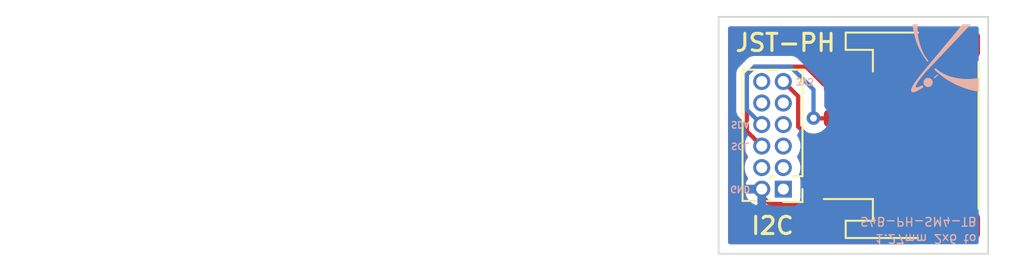
<source format=kicad_pcb>
(kicad_pcb (version 20171130) (host pcbnew "(5.1.12)-1")

  (general
    (thickness 1.6002)
    (drawings 14)
    (tracks 27)
    (zones 0)
    (modules 3)
    (nets 13)
  )

  (page A4)
  (title_block
    (title "2x6 1.27mm socket to JST-PH I2C Adapter board PCB")
    (date 2021-11-28)
    (rev 1)
    (comment 2 "Vincent Nguyen")
  )

  (layers
    (0 Front signal)
    (31 Back signal)
    (34 B.Paste user)
    (35 F.Paste user)
    (36 B.SilkS user)
    (37 F.SilkS user)
    (38 B.Mask user)
    (39 F.Mask user)
    (44 Edge.Cuts user)
    (45 Margin user)
    (46 B.CrtYd user)
    (47 F.CrtYd user)
    (49 F.Fab user)
  )

  (setup
    (last_trace_width 0.25)
    (user_trace_width 0.1)
    (user_trace_width 0.2)
    (user_trace_width 0.5)
    (trace_clearance 0.25)
    (zone_clearance 0.508)
    (zone_45_only no)
    (trace_min 0.1)
    (via_size 0.8)
    (via_drill 0.4)
    (via_min_size 0.45)
    (via_min_drill 0.2)
    (user_via 0.45 0.2)
    (user_via 0.8 0.4)
    (uvia_size 0.8)
    (uvia_drill 0.4)
    (uvias_allowed no)
    (uvia_min_size 0)
    (uvia_min_drill 0)
    (edge_width 0.1)
    (segment_width 0.1)
    (pcb_text_width 0.3)
    (pcb_text_size 1.5 1.5)
    (mod_edge_width 0.1)
    (mod_text_size 0.8 0.8)
    (mod_text_width 0.1)
    (pad_size 1.524 1.524)
    (pad_drill 0.762)
    (pad_to_mask_clearance 0)
    (solder_mask_min_width 0.1)
    (aux_axis_origin 0 0)
    (visible_elements 7FFFFFFF)
    (pcbplotparams
      (layerselection 0x010fc_ffffffff)
      (usegerberextensions false)
      (usegerberattributes false)
      (usegerberadvancedattributes false)
      (creategerberjobfile false)
      (excludeedgelayer true)
      (linewidth 0.152400)
      (plotframeref false)
      (viasonmask false)
      (mode 1)
      (useauxorigin false)
      (hpglpennumber 1)
      (hpglpenspeed 20)
      (hpglpendiameter 15.000000)
      (psnegative false)
      (psa4output false)
      (plotreference true)
      (plotvalue false)
      (plotinvisibletext false)
      (padsonsilk false)
      (subtractmaskfromsilk true)
      (outputformat 1)
      (mirror false)
      (drillshape 0)
      (scaleselection 1)
      (outputdirectory "./gerbers_for_aisler"))
  )

  (net 0 "")
  (net 1 /3V3)
  (net 2 /UART_TX)
  (net 3 /SPI_SCK)
  (net 4 /UART_RX)
  (net 5 /SPI_MISO)
  (net 6 /I2C_SDA)
  (net 7 /SPI_MOSI)
  (net 8 /I2C_SCL)
  (net 9 /SPI_CS0)
  (net 10 /SPI_CS2)
  (net 11 /SPI_CS1)
  (net 12 /GND)

  (net_class Default "This is the default net class."
    (clearance 0.25)
    (trace_width 0.25)
    (via_dia 0.8)
    (via_drill 0.4)
    (uvia_dia 0.8)
    (uvia_drill 0.4)
    (diff_pair_width 0.25)
    (diff_pair_gap 0.25)
    (add_net /3V3)
    (add_net /GND)
    (add_net /I2C_SCL)
    (add_net /I2C_SDA)
    (add_net /SPI_CS0)
    (add_net /SPI_CS1)
    (add_net /SPI_CS2)
    (add_net /SPI_MISO)
    (add_net /SPI_MOSI)
    (add_net /SPI_SCK)
    (add_net /UART_RX)
    (add_net /UART_TX)
  )

  (net_class Min "This is the bare minimum allowed."
    (clearance 0.1)
    (trace_width 0.1)
    (via_dia 0.45)
    (via_drill 0.2)
    (uvia_dia 0.45)
    (uvia_drill 0.2)
    (diff_pair_width 0.12)
    (diff_pair_gap 0.12)
  )

  (module graphics:xplore_logo_4mm locked (layer Back) (tedit 0) (tstamp 61A280B4)
    (at 155.575 97.155 270)
    (fp_text reference " " (at 0 0 90) (layer B.SilkS) hide
      (effects (font (size 1.524 1.524) (thickness 0.3)) (justify mirror))
    )
    (fp_text value " " (at 0.75 0 90) (layer B.SilkS) hide
      (effects (font (size 1.524 1.524) (thickness 0.3)) (justify mirror))
    )
    (fp_poly (pts (xy -4.606018 1.910096) (xy -4.585169 1.906919) (xy -4.551338 1.901999) (xy -4.509517 1.896053)
      (xy -4.472215 1.89084) (xy -4.205799 1.846969) (xy -3.95158 1.790629) (xy -3.708016 1.721198)
      (xy -3.473563 1.638054) (xy -3.246677 1.540577) (xy -3.025817 1.428143) (xy -2.809438 1.300132)
      (xy -2.595998 1.155923) (xy -2.532176 1.109309) (xy -2.429101 1.032732) (xy -2.454498 1.006223)
      (xy -2.470463 0.989794) (xy -2.479648 0.980795) (xy -2.480466 0.980187) (xy -2.487308 0.985642)
      (xy -2.505242 0.999923) (xy -2.531165 1.02056) (xy -2.549072 1.034815) (xy -2.658701 1.116813)
      (xy -2.771875 1.190561) (xy -2.891574 1.257616) (xy -3.02078 1.319536) (xy -3.162474 1.377878)
      (xy -3.302 1.428226) (xy -3.531586 1.499799) (xy -3.754376 1.555702) (xy -3.969713 1.595781)
      (xy -4.077552 1.610206) (xy -4.129876 1.614915) (xy -4.193528 1.618578) (xy -4.264351 1.621152)
      (xy -4.338191 1.62259) (xy -4.410889 1.622846) (xy -4.478289 1.621876) (xy -4.536236 1.619634)
      (xy -4.580572 1.616074) (xy -4.58334 1.615739) (xy -4.6355 1.609223) (xy -4.6355 1.914894)
      (xy -4.606018 1.910096)) (layer B.SilkS) (width 0.01))
    (fp_poly (pts (xy -1.170586 1.262423) (xy -1.135926 1.255883) (xy -1.10515 1.2438) (xy -1.047203 1.206795)
      (xy -1.002064 1.159616) (xy -0.970204 1.104899) (xy -0.95209 1.045281) (xy -0.948192 0.983398)
      (xy -0.958978 0.921887) (xy -0.984918 0.863386) (xy -1.02648 0.81053) (xy -1.027867 0.809163)
      (xy -1.078777 0.770151) (xy -1.137183 0.74342) (xy -1.198588 0.730331) (xy -1.258494 0.732246)
      (xy -1.272409 0.735153) (xy -1.336574 0.759323) (xy -1.390088 0.795799) (xy -1.432224 0.842096)
      (xy -1.462251 0.89573) (xy -1.479443 0.954218) (xy -1.48307 1.015075) (xy -1.472404 1.075817)
      (xy -1.446716 1.133959) (xy -1.405277 1.187017) (xy -1.405005 1.18729) (xy -1.355822 1.227734)
      (xy -1.303083 1.252508) (xy -1.242358 1.263412) (xy -1.215572 1.264293) (xy -1.170586 1.262423)) (layer B.SilkS) (width 0.01))
    (fp_poly (pts (xy -1.492644 0.650991) (xy -1.48484 0.647174) (xy -1.46768 0.636777) (xy -1.460501 0.629635)
      (xy -1.460501 0.629617) (xy -1.466091 0.620657) (xy -1.481221 0.601126) (xy -1.503424 0.573901)
      (xy -1.530237 0.541862) (xy -1.559194 0.507887) (xy -1.587831 0.474855) (xy -1.613683 0.445644)
      (xy -1.634285 0.423133) (xy -1.647174 0.410202) (xy -1.650064 0.408215) (xy -1.66093 0.414259)
      (xy -1.673349 0.425993) (xy -1.678983 0.433277) (xy -1.680792 0.441066) (xy -1.677376 0.451739)
      (xy -1.667336 0.467672) (xy -1.649275 0.491244) (xy -1.621792 0.524832) (xy -1.599309 0.551849)
      (xy -1.565118 0.59271) (xy -1.540378 0.621433) (xy -1.522924 0.639822) (xy -1.510592 0.649676)
      (xy -1.50122 0.652799) (xy -1.492644 0.650991)) (layer B.SilkS) (width 0.01))
    (fp_poly (pts (xy -0.704226 1.990563) (xy -0.671955 1.979377) (xy -0.660863 1.97118) (xy -0.642659 1.940393)
      (xy -0.636417 1.897348) (xy -0.641756 1.843086) (xy -0.658297 1.778648) (xy -0.68566 1.705073)
      (xy -0.723464 1.623404) (xy -0.771329 1.534679) (xy -0.828876 1.439941) (xy -0.886332 1.353709)
      (xy -0.944597 1.269596) (xy -0.988984 1.303816) (xy -1.012417 1.323348) (xy -1.028649 1.339675)
      (xy -1.033757 1.34805) (xy -1.030268 1.36001) (xy -1.020542 1.38441) (xy -1.006199 1.417337)
      (xy -0.993846 1.444298) (xy -0.960867 1.517985) (xy -0.937441 1.578011) (xy -0.923232 1.625927)
      (xy -0.917905 1.663282) (xy -0.921125 1.691628) (xy -0.932556 1.712514) (xy -0.935208 1.71535)
      (xy -0.953052 1.728117) (xy -0.974823 1.730238) (xy -0.987368 1.728472) (xy -1.035184 1.714557)
      (xy -1.094548 1.687998) (xy -1.164611 1.649397) (xy -1.244524 1.599357) (xy -1.33344 1.538479)
      (xy -1.430508 1.467366) (xy -1.53488 1.38662) (xy -1.645706 1.296844) (xy -1.762139 1.19864)
      (xy -1.882322 1.093506) (xy -1.900719 1.076737) (xy -1.93145 1.04823) (xy -1.973706 1.008752)
      (xy -2.026677 0.95907) (xy -2.089554 0.899952) (xy -2.161526 0.832165) (xy -2.241785 0.756478)
      (xy -2.329521 0.673657) (xy -2.423924 0.584471) (xy -2.524185 0.489686) (xy -2.629494 0.390071)
      (xy -2.739042 0.286392) (xy -2.852019 0.179419) (xy -2.967616 0.069917) (xy -3.085023 -0.041345)
      (xy -3.20343 -0.1536) (xy -3.322029 -0.26608) (xy -3.440009 -0.378018) (xy -3.556561 -0.488645)
      (xy -3.670875 -0.597196) (xy -3.782142 -0.702901) (xy -3.889553 -0.804993) (xy -3.992297 -0.902706)
      (xy -4.089566 -0.995271) (xy -4.180549 -1.08192) (xy -4.264438 -1.161887) (xy -4.340422 -1.234403)
      (xy -4.407692 -1.298701) (xy -4.465439 -1.354013) (xy -4.512853 -1.399573) (xy -4.549124 -1.434612)
      (xy -4.565197 -1.450261) (xy -4.6355 -1.519038) (xy -4.635055 -1.269787) (xy -4.63461 -1.020535)
      (xy -4.505788 -0.915589) (xy -4.405151 -0.833454) (xy -4.297504 -0.7453) (xy -4.1822 -0.650591)
      (xy -4.058588 -0.54879) (xy -3.92602 -0.439361) (xy -3.783848 -0.321766) (xy -3.631423 -0.195469)
      (xy -3.468097 -0.059932) (xy -3.29322 0.08538) (xy -3.106144 0.241005) (xy -2.906221 0.40748)
      (xy -2.784929 0.508546) (xy -2.66935 0.604836) (xy -2.555405 0.699693) (xy -2.444112 0.792273)
      (xy -2.336488 0.881733) (xy -2.233548 0.967231) (xy -2.136311 1.047922) (xy -2.045793 1.122965)
      (xy -1.963011 1.191517) (xy -1.888982 1.252734) (xy -1.824721 1.305773) (xy -1.771248 1.349791)
      (xy -1.729577 1.383947) (xy -1.700727 1.407395) (xy -1.698786 1.408958) (xy -1.549881 1.526892)
      (xy -1.413055 1.631443) (xy -1.28821 1.722676) (xy -1.175247 1.800655) (xy -1.074068 1.865446)
      (xy -0.984576 1.917115) (xy -0.906672 1.955727) (xy -0.840257 1.981348) (xy -0.83991 1.981457)
      (xy -0.793018 1.99188) (xy -0.746186 1.994823) (xy -0.704226 1.990563)) (layer B.SilkS) (width 0.01))
    (fp_poly (pts (xy -1.975679 0.628213) (xy -1.955187 0.609038) (xy -1.926447 0.579255) (xy -1.891 0.540646)
      (xy -1.850388 0.49499) (xy -1.806153 0.444069) (xy -1.759837 0.389663) (xy -1.712982 0.333551)
      (xy -1.66713 0.277516) (xy -1.623822 0.223338) (xy -1.5846 0.172796) (xy -1.573968 0.15875)
      (xy -1.409938 -0.07278) (xy -1.262329 -0.309661) (xy -1.130185 -0.553713) (xy -1.012555 -0.806757)
      (xy -0.908483 -1.070612) (xy -0.865977 -1.192893) (xy -0.79292 -1.430508) (xy -0.732401 -1.667451)
      (xy -0.685481 -1.89945) (xy -0.675843 -1.95716) (xy -0.669691 -1.995714) (xy -1.471591 -1.995714)
      (xy -1.466103 -1.966232) (xy -1.442482 -1.812472) (xy -1.426036 -1.646368) (xy -1.416785 -1.472244)
      (xy -1.41475 -1.294429) (xy -1.419951 -1.11725) (xy -1.432406 -0.945032) (xy -1.452136 -0.782103)
      (xy -1.460436 -0.73) (xy -1.503849 -0.518508) (xy -1.560541 -0.315615) (xy -1.630049 -0.122376)
      (xy -1.711908 0.060156) (xy -1.805653 0.230928) (xy -1.910822 0.388887) (xy -2.006865 0.509987)
      (xy -2.051451 0.561866) (xy -2.022065 0.598433) (xy -2.004284 0.619167) (xy -1.990773 0.632419)
      (xy -1.986381 0.635) (xy -1.975679 0.628213)) (layer B.SilkS) (width 0.01))
  )

  (module Connector_JST:JST_PH_S4B-PH-SM4-TB_1x04-1MP_P2.00mm_Horizontal (layer Front) (tedit 5B78AD87) (tstamp 61A2758A)
    (at 153.035 99.06 90)
    (descr "JST PH series connector, S4B-PH-SM4-TB (http://www.jst-mfg.com/product/pdf/eng/ePH.pdf), generated with kicad-footprint-generator")
    (tags "connector JST PH top entry")
    (path /6199593B)
    (attr smd)
    (fp_text reference J2 (at 0 1.397 90) (layer F.SilkS) hide
      (effects (font (size 1 1) (thickness 0.15)))
    )
    (fp_text value S4B-PH-SM4-K-TB (at 0 6.35 90) (layer F.Fab)
      (effects (font (size 1 1) (thickness 0.15)))
    )
    (fp_line (start -5.95 -3.2) (end -5.15 -3.2) (layer F.Fab) (width 0.1))
    (fp_line (start -5.15 -3.2) (end -5.15 -1.6) (layer F.Fab) (width 0.1))
    (fp_line (start -5.15 -1.6) (end 5.15 -1.6) (layer F.Fab) (width 0.1))
    (fp_line (start 5.15 -1.6) (end 5.15 -3.2) (layer F.Fab) (width 0.1))
    (fp_line (start 5.15 -3.2) (end 5.95 -3.2) (layer F.Fab) (width 0.1))
    (fp_line (start -6.06 0.94) (end -6.06 -3.31) (layer F.SilkS) (width 0.12))
    (fp_line (start -6.06 -3.31) (end -5.04 -3.31) (layer F.SilkS) (width 0.12))
    (fp_line (start -5.04 -3.31) (end -5.04 -1.71) (layer F.SilkS) (width 0.12))
    (fp_line (start -5.04 -1.71) (end -3.76 -1.71) (layer F.SilkS) (width 0.12))
    (fp_line (start -3.76 -1.71) (end -3.76 -4.6) (layer F.SilkS) (width 0.12))
    (fp_line (start 6.06 0.94) (end 6.06 -3.31) (layer F.SilkS) (width 0.12))
    (fp_line (start 6.06 -3.31) (end 5.04 -3.31) (layer F.SilkS) (width 0.12))
    (fp_line (start 5.04 -3.31) (end 5.04 -1.71) (layer F.SilkS) (width 0.12))
    (fp_line (start 5.04 -1.71) (end 3.76 -1.71) (layer F.SilkS) (width 0.12))
    (fp_line (start -4.34 4.51) (end 4.34 4.51) (layer F.SilkS) (width 0.12))
    (fp_line (start -5.95 4.4) (end 5.95 4.4) (layer F.Fab) (width 0.1))
    (fp_line (start -5.95 -3.2) (end -5.95 4.4) (layer F.Fab) (width 0.1))
    (fp_line (start 5.95 -3.2) (end 5.95 4.4) (layer F.Fab) (width 0.1))
    (fp_line (start -6.6 -5.1) (end -6.6 5.1) (layer F.CrtYd) (width 0.05))
    (fp_line (start -6.6 5.1) (end 6.6 5.1) (layer F.CrtYd) (width 0.05))
    (fp_line (start 6.6 5.1) (end 6.6 -5.1) (layer F.CrtYd) (width 0.05))
    (fp_line (start 6.6 -5.1) (end -6.6 -5.1) (layer F.CrtYd) (width 0.05))
    (fp_line (start -3.5 -1.6) (end -3 -0.892893) (layer F.Fab) (width 0.1))
    (fp_line (start -3 -0.892893) (end -2.5 -1.6) (layer F.Fab) (width 0.1))
    (pad 1 smd roundrect (at -3 -2.85 90) (size 1 3.5) (layers Front F.Paste F.Mask) (roundrect_rratio 0.25)
      (net 12 /GND))
    (pad 2 smd roundrect (at -1 -2.85 90) (size 1 3.5) (layers Front F.Paste F.Mask) (roundrect_rratio 0.25)
      (net 1 /3V3))
    (pad 3 smd roundrect (at 1 -2.85 90) (size 1 3.5) (layers Front F.Paste F.Mask) (roundrect_rratio 0.25)
      (net 6 /I2C_SDA))
    (pad 4 smd roundrect (at 3 -2.85 90) (size 1 3.5) (layers Front F.Paste F.Mask) (roundrect_rratio 0.25)
      (net 8 /I2C_SCL))
    (pad MP smd roundrect (at -5.35 2.9 90) (size 1.5 3.4) (layers Front F.Paste F.Mask) (roundrect_rratio 0.166667))
    (pad MP smd roundrect (at 5.35 2.9 90) (size 1.5 3.4) (layers Front F.Paste F.Mask) (roundrect_rratio 0.166667))
    (model ${KISYS3DMOD}/Connector_JST.3dshapes/JST_PH_S4B-PH-SM4-TB_1x04-1MP_P2.00mm_Horizontal.stp
      (at (xyz 0 0 0))
      (scale (xyz 1 1 1))
      (rotate (xyz 0 0 0))
    )
    (model ${KISYS3DMOD}/Connector_JST.3dshapes/JST_PH_S4B-PH-SM4-TB_1x04-1MP_P2.00mm_Horizontal.step
      (offset (xyz 0 -0.6096 2.7178))
      (scale (xyz 1 1 1))
      (rotate (xyz 0 0 0))
    )
  )

  (module Connector_PinHeader_1.27mm:PinHeader_2x06_P1.27mm_Vertical (layer Front) (tedit 59FED6E3) (tstamp 61A3CDA5)
    (at 146.05 102.235 180)
    (descr "Through hole straight pin header, 2x06, 1.27mm pitch, double rows")
    (tags "Through hole pin header THT 2x06 1.27mm double row")
    (path /6198D3EE)
    (fp_text reference J1 (at 0.635 3.175 90) (layer F.SilkS) hide
      (effects (font (size 1 1) (thickness 0.15)))
    )
    (fp_text value "1.27mm 2x6-PTH" (at -3.175 3.175 90) (layer F.Fab)
      (effects (font (size 1 1) (thickness 0.15)))
    )
    (fp_line (start 2.85 -1.15) (end -1.6 -1.15) (layer F.CrtYd) (width 0.05))
    (fp_line (start 2.85 7.5) (end 2.85 -1.15) (layer F.CrtYd) (width 0.05))
    (fp_line (start -1.6 7.5) (end 2.85 7.5) (layer F.CrtYd) (width 0.05))
    (fp_line (start -1.6 -1.15) (end -1.6 7.5) (layer F.CrtYd) (width 0.05))
    (fp_line (start -1.13 -0.76) (end 0 -0.76) (layer F.SilkS) (width 0.12))
    (fp_line (start -1.13 0) (end -1.13 -0.76) (layer F.SilkS) (width 0.12))
    (fp_line (start 1.57753 -0.695) (end 2.4 -0.695) (layer F.SilkS) (width 0.12))
    (fp_line (start 0.76 -0.695) (end 0.96247 -0.695) (layer F.SilkS) (width 0.12))
    (fp_line (start 0.76 -0.563471) (end 0.76 -0.695) (layer F.SilkS) (width 0.12))
    (fp_line (start 0.76 0.706529) (end 0.76 0.563471) (layer F.SilkS) (width 0.12))
    (fp_line (start 0.563471 0.76) (end 0.706529 0.76) (layer F.SilkS) (width 0.12))
    (fp_line (start -1.13 0.76) (end -0.563471 0.76) (layer F.SilkS) (width 0.12))
    (fp_line (start 2.4 -0.695) (end 2.4 7.045) (layer F.SilkS) (width 0.12))
    (fp_line (start -1.13 0.76) (end -1.13 7.045) (layer F.SilkS) (width 0.12))
    (fp_line (start 0.30753 7.045) (end 0.96247 7.045) (layer F.SilkS) (width 0.12))
    (fp_line (start 1.57753 7.045) (end 2.4 7.045) (layer F.SilkS) (width 0.12))
    (fp_line (start -1.13 7.045) (end -0.30753 7.045) (layer F.SilkS) (width 0.12))
    (fp_line (start -1.07 0.2175) (end -0.2175 -0.635) (layer F.Fab) (width 0.1))
    (fp_line (start -1.07 6.985) (end -1.07 0.2175) (layer F.Fab) (width 0.1))
    (fp_line (start 2.34 6.985) (end -1.07 6.985) (layer F.Fab) (width 0.1))
    (fp_line (start 2.34 -0.635) (end 2.34 6.985) (layer F.Fab) (width 0.1))
    (fp_line (start -0.2175 -0.635) (end 2.34 -0.635) (layer F.Fab) (width 0.1))
    (pad 1 thru_hole rect (at 0 0 180) (size 1 1) (drill 0.65) (layers *.Cu *.Mask)
      (net 11 /SPI_CS1))
    (pad 2 thru_hole oval (at 1.27 0 180) (size 1 1) (drill 0.65) (layers *.Cu *.Mask)
      (net 12 /GND))
    (pad 3 thru_hole oval (at 0 1.27 180) (size 1 1) (drill 0.65) (layers *.Cu *.Mask)
      (net 9 /SPI_CS0))
    (pad 4 thru_hole oval (at 1.27 1.27 180) (size 1 1) (drill 0.65) (layers *.Cu *.Mask)
      (net 10 /SPI_CS2))
    (pad 5 thru_hole oval (at 0 2.54 180) (size 1 1) (drill 0.65) (layers *.Cu *.Mask)
      (net 7 /SPI_MOSI))
    (pad 6 thru_hole oval (at 1.27 2.54 180) (size 1 1) (drill 0.65) (layers *.Cu *.Mask)
      (net 8 /I2C_SCL))
    (pad 7 thru_hole oval (at 0 3.81 180) (size 1 1) (drill 0.65) (layers *.Cu *.Mask)
      (net 5 /SPI_MISO))
    (pad 8 thru_hole oval (at 1.27 3.81 180) (size 1 1) (drill 0.65) (layers *.Cu *.Mask)
      (net 6 /I2C_SDA))
    (pad 9 thru_hole oval (at 0 5.08 180) (size 1 1) (drill 0.65) (layers *.Cu *.Mask)
      (net 3 /SPI_SCK))
    (pad 10 thru_hole oval (at 1.27 5.08 180) (size 1 1) (drill 0.65) (layers *.Cu *.Mask)
      (net 4 /UART_RX))
    (pad 11 thru_hole oval (at 0 6.35 180) (size 1 1) (drill 0.65) (layers *.Cu *.Mask)
      (net 1 /3V3))
    (pad 12 thru_hole oval (at 1.27 6.35 180) (size 1 1) (drill 0.65) (layers *.Cu *.Mask)
      (net 2 /UART_TX))
  )

  (gr_text JST-PH (at 146.177 93.599) (layer F.SilkS) (tstamp 61A35084)
    (effects (font (size 1.016 1.016) (thickness 0.1778)))
  )
  (gr_text I2C (at 145.415 104.394) (layer F.SilkS)
    (effects (font (size 1.016 1.016) (thickness 0.1778)))
  )
  (gr_text S4B-PH-SM4-TB (at 157.48 104.14 180) (layer B.SilkS) (tstamp 61A2859F)
    (effects (font (size 0.508 0.508) (thickness 0.0762)) (justify right mirror))
  )
  (gr_text 3V3 (at 147.32 95.885 180) (layer B.SilkS) (tstamp 61A34F93)
    (effects (font (size 0.381 0.381) (thickness 0.0762)) (justify mirror))
  )
  (gr_text SDA (at 143.51 98.425 180) (layer B.SilkS) (tstamp 61A28220)
    (effects (font (size 0.381 0.381) (thickness 0.0762)) (justify mirror))
  )
  (gr_text SCL (at 143.51 99.695 180) (layer B.SilkS) (tstamp 61A280C2)
    (effects (font (size 0.381 0.381) (thickness 0.0762)) (justify mirror))
  )
  (gr_text GND (at 143.51 102.235 180) (layer B.SilkS) (tstamp 61A27D6B)
    (effects (font (size 0.381 0.381) (thickness 0.0762)) (justify mirror))
  )
  (gr_text "1.27mm 2x6 to" (at 157.48 105.156 180) (layer B.SilkS)
    (effects (font (size 0.508 0.508) (thickness 0.0762)) (justify right mirror))
  )
  (gr_line (start 142.24 106.045) (end 142.24 92.075) (layer Edge.Cuts) (width 0.1) (tstamp 61994459))
  (gr_line (start 158.115 106.045) (end 142.24 106.045) (layer Edge.Cuts) (width 0.1))
  (gr_line (start 158.115 92.075) (end 158.115 106.045) (layer Edge.Cuts) (width 0.1))
  (gr_line (start 142.24 92.075) (end 158.115 92.075) (layer Edge.Cuts) (width 0.1))
  (gr_line (start 124 93) (end 120 107) (layer Cmts.User) (width 0.1524))
  (gr_line (start 100 100) (end 124 93) (layer Cmts.User) (width 0.1524))

  (segment (start 149.362 99.685) (end 149.352 99.695) (width 0.25) (layer Front) (net 1))
  (segment (start 151.185 99.685) (end 149.362 99.685) (width 0.25) (layer Front) (net 1))
  (segment (start 146.925001 96.760001) (end 146.05 95.885) (width 0.25) (layer Front) (net 1))
  (segment (start 146.925001 98.550001) (end 146.925001 96.760001) (width 0.25) (layer Front) (net 1))
  (segment (start 148.435 100.06) (end 146.925001 98.550001) (width 0.25) (layer Front) (net 1))
  (segment (start 150.185 100.06) (end 148.435 100.06) (width 0.25) (layer Front) (net 1))
  (segment (start 151.185 98.435) (end 149.464998 98.435) (width 0.25) (layer Front) (net 6))
  (via (at 147.828 98.044) (size 0.8) (drill 0.4) (layers Front Back) (net 6))
  (segment (start 147.844 98.06) (end 147.828 98.044) (width 0.25) (layer Front) (net 6))
  (segment (start 150.185 98.06) (end 147.844 98.06) (width 0.25) (layer Front) (net 6))
  (segment (start 143.904999 97.549999) (end 144.78 98.425) (width 0.25) (layer Back) (net 6))
  (segment (start 143.904999 95.464999) (end 143.904999 97.549999) (width 0.25) (layer Back) (net 6))
  (segment (start 144.359999 95.009999) (end 143.904999 95.464999) (width 0.25) (layer Back) (net 6))
  (segment (start 146.470001 95.009999) (end 144.359999 95.009999) (width 0.25) (layer Back) (net 6))
  (segment (start 147.828 96.367998) (end 146.470001 95.009999) (width 0.25) (layer Back) (net 6))
  (segment (start 147.828 98.044) (end 147.828 96.367998) (width 0.25) (layer Back) (net 6))
  (segment (start 143.904999 98.819999) (end 144.78 99.695) (width 0.25) (layer Front) (net 8))
  (segment (start 143.904999 95.464999) (end 143.904999 98.819999) (width 0.25) (layer Front) (net 8))
  (segment (start 144.359999 95.009999) (end 143.904999 95.464999) (width 0.25) (layer Front) (net 8))
  (segment (start 147.384999 95.009999) (end 144.359999 95.009999) (width 0.25) (layer Front) (net 8))
  (segment (start 148.435 96.06) (end 147.384999 95.009999) (width 0.25) (layer Front) (net 8))
  (segment (start 150.185 96.06) (end 148.435 96.06) (width 0.25) (layer Front) (net 8))
  (segment (start 146.225 102.06) (end 146.05 102.235) (width 0.25) (layer Front) (net 11))
  (segment (start 144.78 102.640002) (end 144.78 102.235) (width 0.25) (layer Front) (net 12))
  (segment (start 145.249999 103.110001) (end 144.78 102.640002) (width 0.25) (layer Front) (net 12))
  (segment (start 149.134999 103.110001) (end 145.249999 103.110001) (width 0.25) (layer Front) (net 12))
  (segment (start 150.185 102.06) (end 149.134999 103.110001) (width 0.25) (layer Front) (net 12))

  (zone (net 12) (net_name /GND) (layer Back) (tstamp 61ACE709) (hatch edge 0.508)
    (connect_pads (clearance 0.508))
    (min_thickness 0.254)
    (fill yes (arc_segments 32) (thermal_gap 0.508) (thermal_bridge_width 0.508))
    (polygon
      (pts
        (xy 158.75 106.68) (xy 141.605 106.68) (xy 141.605 91.44) (xy 158.75 91.44)
      )
    )
    (filled_polygon
      (pts
        (xy 157.430001 105.36) (xy 142.925 105.36) (xy 142.925 102.536874) (xy 143.685881 102.536874) (xy 143.702554 102.591864)
        (xy 143.792877 102.795206) (xy 143.921135 102.97702) (xy 144.082399 103.130318) (xy 144.270471 103.24921) (xy 144.478124 103.329126)
        (xy 144.653 103.204129) (xy 144.653 102.362) (xy 143.812046 102.362) (xy 143.685881 102.536874) (xy 142.925 102.536874)
        (xy 142.925 95.464999) (xy 143.141323 95.464999) (xy 143.144999 95.502322) (xy 143.145 97.512667) (xy 143.141323 97.549999)
        (xy 143.145 97.587332) (xy 143.155371 97.692624) (xy 143.155997 97.698984) (xy 143.199453 97.842245) (xy 143.270025 97.974275)
        (xy 143.3412 98.061001) (xy 143.364999 98.09) (xy 143.393997 98.113798) (xy 143.645 98.364801) (xy 143.645 98.536788)
        (xy 143.688617 98.756067) (xy 143.774176 98.962624) (xy 143.839241 99.06) (xy 143.774176 99.157376) (xy 143.688617 99.363933)
        (xy 143.645 99.583212) (xy 143.645 99.806788) (xy 143.688617 100.026067) (xy 143.774176 100.232624) (xy 143.839241 100.33)
        (xy 143.774176 100.427376) (xy 143.688617 100.633933) (xy 143.645 100.853212) (xy 143.645 101.076788) (xy 143.688617 101.296067)
        (xy 143.774176 101.502624) (xy 143.842353 101.604658) (xy 143.792877 101.674794) (xy 143.702554 101.878136) (xy 143.685881 101.933126)
        (xy 143.812046 102.108) (xy 144.653 102.108) (xy 144.653 102.096974) (xy 144.668212 102.1) (xy 144.891788 102.1)
        (xy 144.907 102.096974) (xy 144.907 102.108) (xy 144.911928 102.108) (xy 144.911928 102.362) (xy 144.907 102.362)
        (xy 144.907 103.204129) (xy 145.081876 103.329126) (xy 145.217106 103.277082) (xy 145.30582 103.324502) (xy 145.425518 103.360812)
        (xy 145.55 103.373072) (xy 146.55 103.373072) (xy 146.674482 103.360812) (xy 146.79418 103.324502) (xy 146.904494 103.265537)
        (xy 147.001185 103.186185) (xy 147.080537 103.089494) (xy 147.139502 102.97918) (xy 147.175812 102.859482) (xy 147.188072 102.735)
        (xy 147.188072 101.735) (xy 147.175812 101.610518) (xy 147.139502 101.49082) (xy 147.095112 101.407774) (xy 147.141383 101.296067)
        (xy 147.185 101.076788) (xy 147.185 100.853212) (xy 147.141383 100.633933) (xy 147.055824 100.427376) (xy 146.990759 100.33)
        (xy 147.055824 100.232624) (xy 147.141383 100.026067) (xy 147.185 99.806788) (xy 147.185 99.583212) (xy 147.141383 99.363933)
        (xy 147.055824 99.157376) (xy 146.990759 99.06) (xy 147.055824 98.962624) (xy 147.122337 98.802048) (xy 147.168226 98.847937)
        (xy 147.337744 98.961205) (xy 147.526102 99.039226) (xy 147.726061 99.079) (xy 147.929939 99.079) (xy 148.129898 99.039226)
        (xy 148.318256 98.961205) (xy 148.487774 98.847937) (xy 148.631937 98.703774) (xy 148.745205 98.534256) (xy 148.823226 98.345898)
        (xy 148.863 98.145939) (xy 148.863 97.942061) (xy 148.823226 97.742102) (xy 148.745205 97.553744) (xy 148.631937 97.384226)
        (xy 148.588 97.340289) (xy 148.588 96.405331) (xy 148.591677 96.367998) (xy 148.577003 96.219012) (xy 148.533546 96.075751)
        (xy 148.462974 95.943722) (xy 148.391799 95.856995) (xy 148.368001 95.827997) (xy 148.339003 95.804199) (xy 147.033805 94.499002)
        (xy 147.010002 94.469998) (xy 146.894277 94.375025) (xy 146.762248 94.304453) (xy 146.618987 94.260996) (xy 146.507334 94.249999)
        (xy 146.507323 94.249999) (xy 146.470001 94.246323) (xy 146.432679 94.249999) (xy 144.397321 94.249999) (xy 144.359998 94.246323)
        (xy 144.322675 94.249999) (xy 144.322666 94.249999) (xy 144.211013 94.260996) (xy 144.067752 94.304453) (xy 143.935723 94.375025)
        (xy 143.819998 94.469998) (xy 143.796195 94.499002) (xy 143.394002 94.901195) (xy 143.364998 94.924998) (xy 143.30987 94.992173)
        (xy 143.270025 95.040723) (xy 143.206813 95.158984) (xy 143.199453 95.172753) (xy 143.155996 95.316014) (xy 143.144999 95.427667)
        (xy 143.144999 95.427677) (xy 143.141323 95.464999) (xy 142.925 95.464999) (xy 142.925 92.76) (xy 157.43 92.76)
      )
    )
  )
  (zone (net 12) (net_name /GND) (layer Front) (tstamp 0) (hatch edge 0.508)
    (connect_pads (clearance 0.508))
    (min_thickness 0.254)
    (fill yes (arc_segments 32) (thermal_gap 0.508) (thermal_bridge_width 0.508))
    (polygon
      (pts
        (xy 158.75 106.68) (xy 141.605 106.68) (xy 141.605 91.44) (xy 158.75 91.44)
      )
    )
    (filled_polygon
      (pts
        (xy 153.664528 92.87015) (xy 153.613992 93.036746) (xy 153.596928 93.21) (xy 153.596928 94.21) (xy 153.613992 94.383254)
        (xy 153.664528 94.54985) (xy 153.746595 94.703386) (xy 153.857038 94.837962) (xy 153.991614 94.948405) (xy 154.14515 95.030472)
        (xy 154.311746 95.081008) (xy 154.485 95.098072) (xy 157.385 95.098072) (xy 157.43 95.09364) (xy 157.430001 103.02636)
        (xy 157.385 103.021928) (xy 154.485 103.021928) (xy 154.311746 103.038992) (xy 154.14515 103.089528) (xy 153.991614 103.171595)
        (xy 153.857038 103.282038) (xy 153.746595 103.416614) (xy 153.664528 103.57015) (xy 153.613992 103.736746) (xy 153.596928 103.91)
        (xy 153.596928 104.91) (xy 153.613992 105.083254) (xy 153.664528 105.24985) (xy 153.723405 105.36) (xy 142.925 105.36)
        (xy 142.925 102.536874) (xy 143.685881 102.536874) (xy 143.702554 102.591864) (xy 143.792877 102.795206) (xy 143.921135 102.97702)
        (xy 144.082399 103.130318) (xy 144.270471 103.24921) (xy 144.478124 103.329126) (xy 144.653 103.204129) (xy 144.653 102.362)
        (xy 143.812046 102.362) (xy 143.685881 102.536874) (xy 142.925 102.536874) (xy 142.925 95.464999) (xy 143.141323 95.464999)
        (xy 143.144999 95.502322) (xy 143.145 98.782667) (xy 143.141323 98.819999) (xy 143.145 98.857332) (xy 143.155997 98.968985)
        (xy 143.157822 98.975001) (xy 143.199453 99.112245) (xy 143.270025 99.244275) (xy 143.329393 99.316614) (xy 143.364999 99.36)
        (xy 143.393997 99.383798) (xy 143.645 99.634801) (xy 143.645 99.806788) (xy 143.688617 100.026067) (xy 143.774176 100.232624)
        (xy 143.839241 100.33) (xy 143.774176 100.427376) (xy 143.688617 100.633933) (xy 143.645 100.853212) (xy 143.645 101.076788)
        (xy 143.688617 101.296067) (xy 143.774176 101.502624) (xy 143.842353 101.604658) (xy 143.792877 101.674794) (xy 143.702554 101.878136)
        (xy 143.685881 101.933126) (xy 143.812046 102.108) (xy 144.653 102.108) (xy 144.653 102.096974) (xy 144.668212 102.1)
        (xy 144.891788 102.1) (xy 144.907 102.096974) (xy 144.907 102.108) (xy 144.911928 102.108) (xy 144.911928 102.362)
        (xy 144.907 102.362) (xy 144.907 103.204129) (xy 145.081876 103.329126) (xy 145.217106 103.277082) (xy 145.30582 103.324502)
        (xy 145.425518 103.360812) (xy 145.55 103.373072) (xy 146.55 103.373072) (xy 146.674482 103.360812) (xy 146.79418 103.324502)
        (xy 146.904494 103.265537) (xy 147.001185 103.186185) (xy 147.080537 103.089494) (xy 147.139502 102.97918) (xy 147.175812 102.859482)
        (xy 147.188072 102.735) (xy 147.188072 102.56) (xy 147.796928 102.56) (xy 147.809188 102.684482) (xy 147.845498 102.80418)
        (xy 147.904463 102.914494) (xy 147.983815 103.011185) (xy 148.080506 103.090537) (xy 148.19082 103.149502) (xy 148.310518 103.185812)
        (xy 148.435 103.198072) (xy 149.89925 103.195) (xy 150.058 103.03625) (xy 150.058 102.187) (xy 150.312 102.187)
        (xy 150.312 103.03625) (xy 150.47075 103.195) (xy 151.935 103.198072) (xy 152.059482 103.185812) (xy 152.17918 103.149502)
        (xy 152.289494 103.090537) (xy 152.386185 103.011185) (xy 152.465537 102.914494) (xy 152.524502 102.80418) (xy 152.560812 102.684482)
        (xy 152.573072 102.56) (xy 152.57 102.34575) (xy 152.41125 102.187) (xy 150.312 102.187) (xy 150.058 102.187)
        (xy 147.95875 102.187) (xy 147.8 102.34575) (xy 147.796928 102.56) (xy 147.188072 102.56) (xy 147.188072 101.735)
        (xy 147.175812 101.610518) (xy 147.139502 101.49082) (xy 147.095112 101.407774) (xy 147.141383 101.296067) (xy 147.185 101.076788)
        (xy 147.185 100.853212) (xy 147.141383 100.633933) (xy 147.055824 100.427376) (xy 146.990759 100.33) (xy 147.055824 100.232624)
        (xy 147.141383 100.026067) (xy 147.172057 99.871858) (xy 147.82729 100.527092) (xy 147.864528 100.64985) (xy 147.946595 100.803386)
        (xy 148.057038 100.937962) (xy 148.133813 101.000969) (xy 148.080506 101.029463) (xy 147.983815 101.108815) (xy 147.904463 101.205506)
        (xy 147.845498 101.31582) (xy 147.809188 101.435518) (xy 147.796928 101.56) (xy 147.8 101.77425) (xy 147.95875 101.933)
        (xy 150.058 101.933) (xy 150.058 101.913) (xy 150.312 101.913) (xy 150.312 101.933) (xy 152.41125 101.933)
        (xy 152.57 101.77425) (xy 152.573072 101.56) (xy 152.560812 101.435518) (xy 152.524502 101.31582) (xy 152.465537 101.205506)
        (xy 152.386185 101.108815) (xy 152.289494 101.029463) (xy 152.236187 101.000969) (xy 152.312962 100.937962) (xy 152.423405 100.803386)
        (xy 152.505472 100.64985) (xy 152.556008 100.483254) (xy 152.573072 100.31) (xy 152.573072 99.81) (xy 152.556008 99.636746)
        (xy 152.505472 99.47015) (xy 152.423405 99.316614) (xy 152.312962 99.182038) (xy 152.178386 99.071595) (xy 152.156693 99.06)
        (xy 152.178386 99.048405) (xy 152.312962 98.937962) (xy 152.423405 98.803386) (xy 152.505472 98.64985) (xy 152.556008 98.483254)
        (xy 152.573072 98.31) (xy 152.573072 97.81) (xy 152.556008 97.636746) (xy 152.505472 97.47015) (xy 152.423405 97.316614)
        (xy 152.312962 97.182038) (xy 152.178386 97.071595) (xy 152.156693 97.06) (xy 152.178386 97.048405) (xy 152.312962 96.937962)
        (xy 152.423405 96.803386) (xy 152.505472 96.64985) (xy 152.556008 96.483254) (xy 152.573072 96.31) (xy 152.573072 95.81)
        (xy 152.556008 95.636746) (xy 152.505472 95.47015) (xy 152.423405 95.316614) (xy 152.312962 95.182038) (xy 152.178386 95.071595)
        (xy 152.02485 94.989528) (xy 151.858254 94.938992) (xy 151.685 94.921928) (xy 148.685 94.921928) (xy 148.511746 94.938992)
        (xy 148.41741 94.967608) (xy 147.948803 94.499001) (xy 147.925 94.469998) (xy 147.809275 94.375025) (xy 147.677246 94.304453)
        (xy 147.533985 94.260996) (xy 147.422332 94.249999) (xy 147.422321 94.249999) (xy 147.384999 94.246323) (xy 147.347677 94.249999)
        (xy 144.397321 94.249999) (xy 144.359998 94.246323) (xy 144.322675 94.249999) (xy 144.322666 94.249999) (xy 144.211013 94.260996)
        (xy 144.067752 94.304453) (xy 143.935723 94.375025) (xy 143.819998 94.469998) (xy 143.796195 94.499002) (xy 143.394002 94.901195)
        (xy 143.364998 94.924998) (xy 143.31204 94.989528) (xy 143.270025 95.040723) (xy 143.248492 95.081008) (xy 143.199453 95.172753)
        (xy 143.155996 95.316014) (xy 143.144999 95.427667) (xy 143.144999 95.427677) (xy 143.141323 95.464999) (xy 142.925 95.464999)
        (xy 142.925 92.76) (xy 153.723405 92.76)
      )
    )
  )
)

</source>
